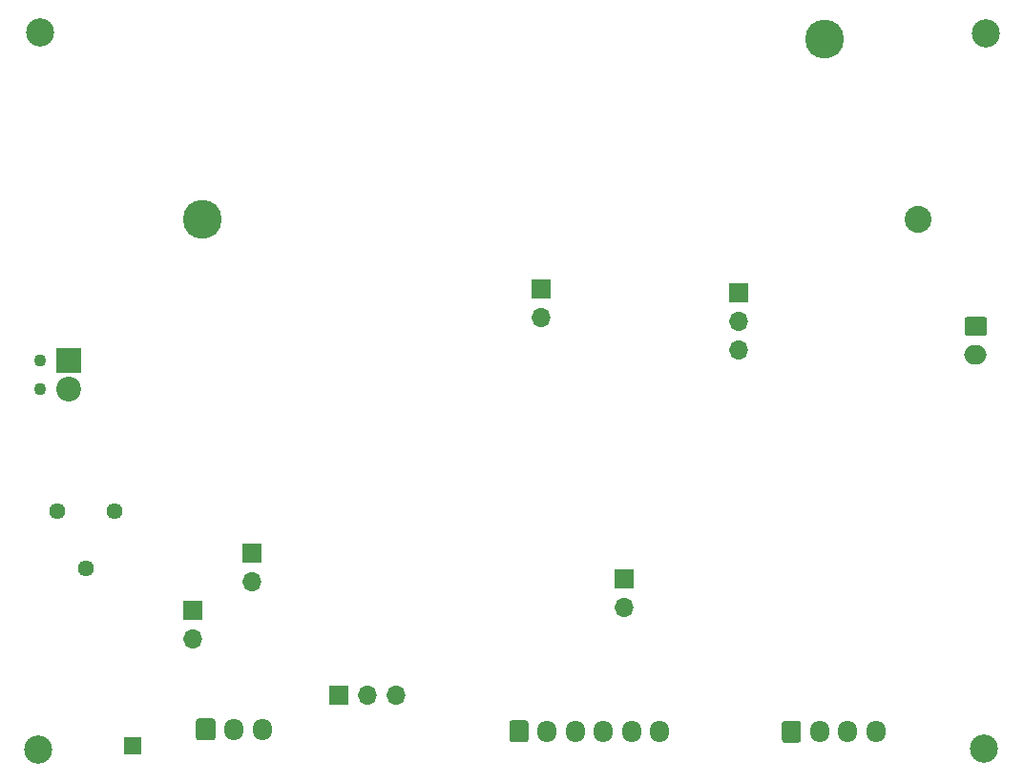
<source format=gbr>
%TF.GenerationSoftware,KiCad,Pcbnew,5.1.12-84ad8e8a86~92~ubuntu20.04.1*%
%TF.CreationDate,2022-07-31T12:46:28-07:00*%
%TF.ProjectId,MPPTSolarPwrModule,4d505054-536f-46c6-9172-5077724d6f64,rev?*%
%TF.SameCoordinates,Original*%
%TF.FileFunction,Soldermask,Bot*%
%TF.FilePolarity,Negative*%
%FSLAX46Y46*%
G04 Gerber Fmt 4.6, Leading zero omitted, Abs format (unit mm)*
G04 Created by KiCad (PCBNEW 5.1.12-84ad8e8a86~92~ubuntu20.04.1) date 2022-07-31 12:46:28*
%MOMM*%
%LPD*%
G01*
G04 APERTURE LIST*
%ADD10C,3.450000*%
%ADD11C,2.390000*%
%ADD12C,2.500000*%
%ADD13R,1.700000X1.700000*%
%ADD14O,1.700000X1.700000*%
%ADD15O,2.000000X1.700000*%
%ADD16R,2.200000X2.200000*%
%ADD17C,1.100000*%
%ADD18C,2.200000*%
%ADD19C,1.440000*%
%ADD20R,1.500000X1.500000*%
%ADD21O,1.700000X1.950000*%
G04 APERTURE END LIST*
D10*
%TO.C,BT1*%
X109127400Y-57219400D03*
X164327400Y-41219400D03*
D11*
X172657400Y-57219400D03*
%TD*%
D12*
%TO.C,H1*%
X94690000Y-40660000D03*
%TD*%
%TO.C,H2*%
X178662800Y-40710400D03*
%TD*%
%TO.C,H3*%
X94588800Y-104266280D03*
%TD*%
D13*
%TO.C,J2*%
X113490000Y-86870000D03*
D14*
X113490000Y-89410000D03*
%TD*%
D13*
%TO.C,J4*%
X108240000Y-91910000D03*
D14*
X108240000Y-94450000D03*
%TD*%
%TO.C,J5*%
X146519100Y-91637400D03*
D13*
X146519100Y-89097400D03*
%TD*%
%TO.C,J9*%
X156690000Y-63760000D03*
D14*
X156690000Y-66300000D03*
X156690000Y-68840000D03*
%TD*%
D15*
%TO.C,J10*%
X177740000Y-69210000D03*
G36*
G01*
X176990000Y-65860000D02*
X178490000Y-65860000D01*
G75*
G02*
X178740000Y-66110000I0J-250000D01*
G01*
X178740000Y-67310000D01*
G75*
G02*
X178490000Y-67560000I-250000J0D01*
G01*
X176990000Y-67560000D01*
G75*
G02*
X176740000Y-67310000I0J250000D01*
G01*
X176740000Y-66110000D01*
G75*
G02*
X176990000Y-65860000I250000J0D01*
G01*
G37*
%TD*%
D12*
%TO.C,H4*%
X178505320Y-104215480D03*
%TD*%
D16*
%TO.C,J1*%
X97240000Y-69760000D03*
D17*
X94700000Y-69760000D03*
D18*
X97240000Y-72300000D03*
D17*
X94700000Y-72300000D03*
%TD*%
D19*
%TO.C,RV1*%
X101295000Y-83085000D03*
X98755000Y-88165000D03*
X96215000Y-83085000D03*
%TD*%
D13*
%TO.C,J6*%
X121258800Y-99486000D03*
D14*
X123798800Y-99486000D03*
X126338800Y-99486000D03*
%TD*%
D20*
%TO.C,TP1*%
X102970800Y-103981800D03*
%TD*%
D13*
%TO.C,J11*%
X139165800Y-63418000D03*
D14*
X139165800Y-65958000D03*
%TD*%
%TO.C,J7*%
G36*
G01*
X160540800Y-103436800D02*
X160540800Y-101986800D01*
G75*
G02*
X160790800Y-101736800I250000J0D01*
G01*
X161990800Y-101736800D01*
G75*
G02*
X162240800Y-101986800I0J-250000D01*
G01*
X162240800Y-103436800D01*
G75*
G02*
X161990800Y-103686800I-250000J0D01*
G01*
X160790800Y-103686800D01*
G75*
G02*
X160540800Y-103436800I0J250000D01*
G01*
G37*
D21*
X163890800Y-102711800D03*
X166390800Y-102711800D03*
X168890800Y-102711800D03*
%TD*%
%TO.C,J8*%
G36*
G01*
X136360000Y-103386000D02*
X136360000Y-101936000D01*
G75*
G02*
X136610000Y-101686000I250000J0D01*
G01*
X137810000Y-101686000D01*
G75*
G02*
X138060000Y-101936000I0J-250000D01*
G01*
X138060000Y-103386000D01*
G75*
G02*
X137810000Y-103636000I-250000J0D01*
G01*
X136610000Y-103636000D01*
G75*
G02*
X136360000Y-103386000I0J250000D01*
G01*
G37*
X139710000Y-102661000D03*
X142210000Y-102661000D03*
X144710000Y-102661000D03*
X147210000Y-102661000D03*
X149710000Y-102661000D03*
%TD*%
%TO.C,J3*%
G36*
G01*
X108572400Y-103233600D02*
X108572400Y-101783600D01*
G75*
G02*
X108822400Y-101533600I250000J0D01*
G01*
X110022400Y-101533600D01*
G75*
G02*
X110272400Y-101783600I0J-250000D01*
G01*
X110272400Y-103233600D01*
G75*
G02*
X110022400Y-103483600I-250000J0D01*
G01*
X108822400Y-103483600D01*
G75*
G02*
X108572400Y-103233600I0J250000D01*
G01*
G37*
X111922400Y-102508600D03*
X114422400Y-102508600D03*
%TD*%
M02*

</source>
